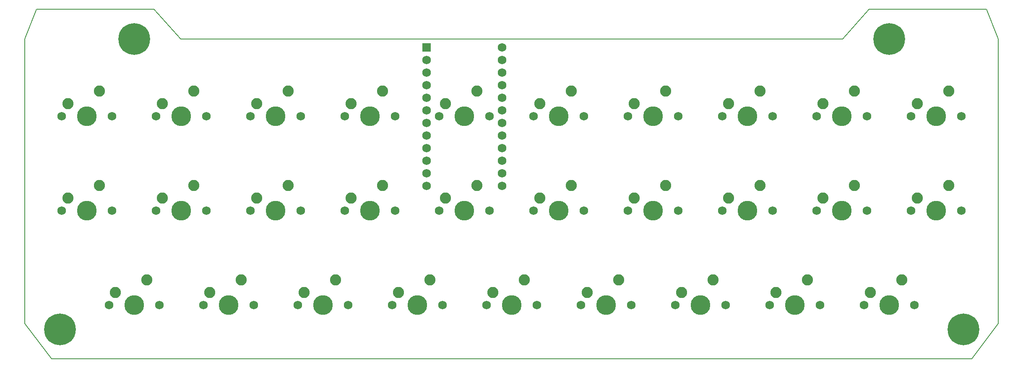
<source format=gbr>
G04 #@! TF.GenerationSoftware,KiCad,Pcbnew,(5.1.9)-1*
G04 #@! TF.CreationDate,2021-09-28T02:01:21-07:00*
G04 #@! TF.ProjectId,alphalpha rev2,616c7068-616c-4706-9861-20726576322e,rev?*
G04 #@! TF.SameCoordinates,Original*
G04 #@! TF.FileFunction,Soldermask,Top*
G04 #@! TF.FilePolarity,Negative*
%FSLAX46Y46*%
G04 Gerber Fmt 4.6, Leading zero omitted, Abs format (unit mm)*
G04 Created by KiCad (PCBNEW (5.1.9)-1) date 2021-09-28 02:01:21*
%MOMM*%
%LPD*%
G01*
G04 APERTURE LIST*
G04 #@! TA.AperFunction,Profile*
%ADD10C,0.200000*%
G04 #@! TD*
%ADD11C,2.250000*%
%ADD12C,3.987800*%
%ADD13C,1.750000*%
%ADD14R,1.752600X1.752600*%
%ADD15C,1.752600*%
%ADD16C,6.400000*%
%ADD17C,3.600000*%
G04 APERTURE END LIST*
D10*
X47481250Y-13000000D02*
X181118750Y-13000000D01*
X186500000Y-7000000D02*
X181118750Y-13000000D01*
X186500000Y-7000000D02*
X210168750Y-7000000D01*
X212550000Y-13000000D02*
X210168750Y-7000000D01*
X42100000Y-7000000D02*
X47481250Y-13000000D01*
X16050000Y-13000000D02*
X18431250Y-7000000D01*
X207168750Y-77521000D02*
X212550000Y-70389750D01*
X16050000Y-70389750D02*
X21431250Y-77521000D01*
X18431250Y-7000000D02*
X42100000Y-7000000D01*
X212550000Y-13000000D02*
X212550000Y-70389750D01*
X207168750Y-77521000D02*
X21431250Y-77521000D01*
X16050000Y-70389750D02*
X16050000Y-13000000D01*
D11*
X31115000Y-23495000D03*
D12*
X28575000Y-28575000D03*
D11*
X24765000Y-26035000D03*
D13*
X23495000Y-28575000D03*
X33655000Y-28575000D03*
D11*
X50165000Y-23495000D03*
D12*
X47625000Y-28575000D03*
D11*
X43815000Y-26035000D03*
D13*
X42545000Y-28575000D03*
X52705000Y-28575000D03*
D11*
X69215000Y-23495000D03*
D12*
X66675000Y-28575000D03*
D11*
X62865000Y-26035000D03*
D13*
X61595000Y-28575000D03*
X71755000Y-28575000D03*
D11*
X88265000Y-23495000D03*
D12*
X85725000Y-28575000D03*
D11*
X81915000Y-26035000D03*
D13*
X80645000Y-28575000D03*
X90805000Y-28575000D03*
D11*
X107315000Y-23495000D03*
D12*
X104775000Y-28575000D03*
D11*
X100965000Y-26035000D03*
D13*
X99695000Y-28575000D03*
X109855000Y-28575000D03*
D11*
X126365000Y-23495000D03*
D12*
X123825000Y-28575000D03*
D11*
X120015000Y-26035000D03*
D13*
X118745000Y-28575000D03*
X128905000Y-28575000D03*
D11*
X145415000Y-23495000D03*
D12*
X142875000Y-28575000D03*
D11*
X139065000Y-26035000D03*
D13*
X137795000Y-28575000D03*
X147955000Y-28575000D03*
D11*
X164465000Y-23495000D03*
D12*
X161925000Y-28575000D03*
D11*
X158115000Y-26035000D03*
D13*
X156845000Y-28575000D03*
X167005000Y-28575000D03*
D11*
X183515000Y-23495000D03*
D12*
X180975000Y-28575000D03*
D11*
X177165000Y-26035000D03*
D13*
X175895000Y-28575000D03*
X186055000Y-28575000D03*
D11*
X202565000Y-23495000D03*
D12*
X200025000Y-28575000D03*
D11*
X196215000Y-26035000D03*
D13*
X194945000Y-28575000D03*
X205105000Y-28575000D03*
D11*
X31115000Y-42545000D03*
D12*
X28575000Y-47625000D03*
D11*
X24765000Y-45085000D03*
D13*
X23495000Y-47625000D03*
X33655000Y-47625000D03*
D11*
X50165000Y-42545000D03*
D12*
X47625000Y-47625000D03*
D11*
X43815000Y-45085000D03*
D13*
X42545000Y-47625000D03*
X52705000Y-47625000D03*
D11*
X69215000Y-42545000D03*
D12*
X66675000Y-47625000D03*
D11*
X62865000Y-45085000D03*
D13*
X61595000Y-47625000D03*
X71755000Y-47625000D03*
D11*
X88265000Y-42545000D03*
D12*
X85725000Y-47625000D03*
D11*
X81915000Y-45085000D03*
D13*
X80645000Y-47625000D03*
X90805000Y-47625000D03*
D11*
X107315000Y-42545000D03*
D12*
X104775000Y-47625000D03*
D11*
X100965000Y-45085000D03*
D13*
X99695000Y-47625000D03*
X109855000Y-47625000D03*
D11*
X126365000Y-42545000D03*
D12*
X123825000Y-47625000D03*
D11*
X120015000Y-45085000D03*
D13*
X118745000Y-47625000D03*
X128905000Y-47625000D03*
D11*
X145415000Y-42545000D03*
D12*
X142875000Y-47625000D03*
D11*
X139065000Y-45085000D03*
D13*
X137795000Y-47625000D03*
X147955000Y-47625000D03*
D11*
X164465000Y-42545000D03*
D12*
X161925000Y-47625000D03*
D11*
X158115000Y-45085000D03*
D13*
X156845000Y-47625000D03*
X167005000Y-47625000D03*
D11*
X183515000Y-42545000D03*
D12*
X180975000Y-47625000D03*
D11*
X177165000Y-45085000D03*
D13*
X175895000Y-47625000D03*
X186055000Y-47625000D03*
D11*
X202565000Y-42545000D03*
D12*
X200025000Y-47625000D03*
D11*
X196215000Y-45085000D03*
D13*
X194945000Y-47625000D03*
X205105000Y-47625000D03*
D11*
X40640000Y-61595000D03*
D12*
X38100000Y-66675000D03*
D11*
X34290000Y-64135000D03*
D13*
X33020000Y-66675000D03*
X43180000Y-66675000D03*
D11*
X59690000Y-61595000D03*
D12*
X57150000Y-66675000D03*
D11*
X53340000Y-64135000D03*
D13*
X52070000Y-66675000D03*
X62230000Y-66675000D03*
D11*
X78740000Y-61595000D03*
D12*
X76200000Y-66675000D03*
D11*
X72390000Y-64135000D03*
D13*
X71120000Y-66675000D03*
X81280000Y-66675000D03*
D11*
X97790000Y-61595000D03*
D12*
X95250000Y-66675000D03*
D11*
X91440000Y-64135000D03*
D13*
X90170000Y-66675000D03*
X100330000Y-66675000D03*
D11*
X116840000Y-61595000D03*
D12*
X114300000Y-66675000D03*
D11*
X110490000Y-64135000D03*
D13*
X109220000Y-66675000D03*
X119380000Y-66675000D03*
D11*
X135890000Y-61595000D03*
D12*
X133350000Y-66675000D03*
D11*
X129540000Y-64135000D03*
D13*
X128270000Y-66675000D03*
X138430000Y-66675000D03*
D11*
X154940000Y-61595000D03*
D12*
X152400000Y-66675000D03*
D11*
X148590000Y-64135000D03*
D13*
X147320000Y-66675000D03*
X157480000Y-66675000D03*
D11*
X173990000Y-61595000D03*
D12*
X171450000Y-66675000D03*
D11*
X167640000Y-64135000D03*
D13*
X166370000Y-66675000D03*
X176530000Y-66675000D03*
D11*
X193040000Y-61595000D03*
D12*
X190500000Y-66675000D03*
D11*
X186690000Y-64135000D03*
D13*
X185420000Y-66675000D03*
X195580000Y-66675000D03*
D14*
X97129600Y-14706600D03*
D15*
X97129600Y-17246600D03*
X97129600Y-19786600D03*
X97129600Y-22326600D03*
X97129600Y-24866600D03*
X97129600Y-27406600D03*
X97129600Y-29946600D03*
X97129600Y-32486600D03*
X97129600Y-35026600D03*
X97129600Y-37566600D03*
X97129600Y-40106600D03*
X112369600Y-42646600D03*
X112369600Y-40106600D03*
X112369600Y-37566600D03*
X112369600Y-35026600D03*
X112369600Y-32486600D03*
X112369600Y-29946600D03*
X112369600Y-27406600D03*
X112369600Y-24866600D03*
X112369600Y-22326600D03*
X112369600Y-19786600D03*
X112369600Y-17246600D03*
X97129600Y-42646600D03*
X112369600Y-14706600D03*
D16*
X205500000Y-71580000D03*
D17*
X205500000Y-71580000D03*
D16*
X23100000Y-71580000D03*
D17*
X23100000Y-71580000D03*
D16*
X190500000Y-13000000D03*
D17*
X190500000Y-13000000D03*
D16*
X38100000Y-13000000D03*
D17*
X38100000Y-13000000D03*
M02*

</source>
